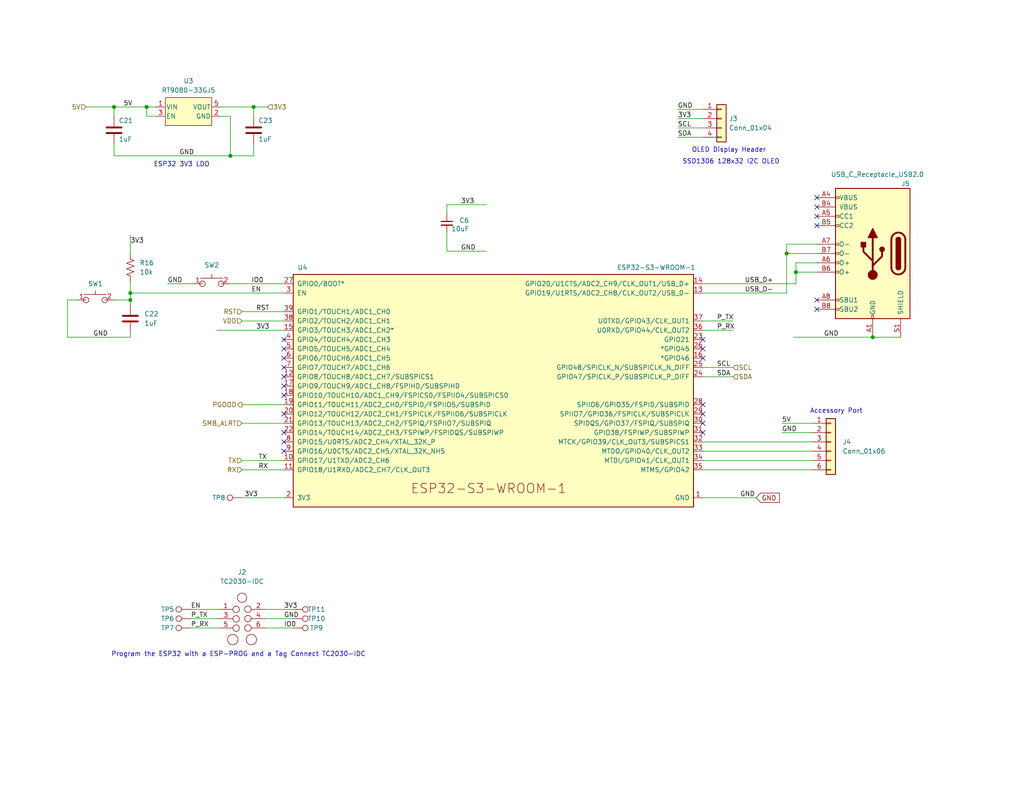
<source format=kicad_sch>
(kicad_sch (version 20250114) (generator "eeschema") (generator_version "9.0")
  (paper "A")
  (title_block (title "bitaxeGamma") (date "2024-09-26") (rev "602"))
  (lib_symbols
    (symbol "Connector:TestPoint" (pin_numbers (hide yes)) (pin_names (offset 0.762) (hide yes))
      (property "Reference" "TP" (at 0 6.858 0))
      (property "Value" "TestPoint" (at 0 5.08 0))
      (symbol "TestPoint_0_1"
        (circle (center 0 3.302) (radius 0.762))
      )
      (symbol "TestPoint_1_1"
        (pin passive line (at 0 0 90) (length 2.54) (name "1") (number "1"))
      )
    )
    (symbol "Connector_Generic:Conn_01x04" (pin_names (offset 1.016) (hide yes))
      (property "Reference" "J" (at 0 5.08 0))
      (property "Value" "Conn_01x04" (at 0 -7.62 0))
      (symbol "Conn_01x04_1_1"
        (rectangle (start -1.27 3.81) (end 1.27 -6.35) (stroke (width 0.254)) (fill (type background)))
        (rectangle (start -1.27 2.667) (end 0 2.413) (stroke (width 0.1524)))
        (rectangle (start -1.27 0.127) (end 0 -0.127) (stroke (width 0.1524)))
        (rectangle (start -1.27 -2.413) (end 0 -2.667) (stroke (width 0.1524)))
        (rectangle (start -1.27 -4.953) (end 0 -5.207) (stroke (width 0.1524)))
        (pin passive line (at -5.08 2.54 0) (length 3.81) (name "Pin_1") (number "1"))
        (pin passive line (at -5.08 0 0) (length 3.81) (name "Pin_2") (number "2"))
        (pin passive line (at -5.08 -2.54 0) (length 3.81) (name "Pin_3") (number "3"))
        (pin passive line (at -5.08 -5.08 0) (length 3.81) (name "Pin_4") (number "4"))
      )
    )
    (symbol "Connector_Generic:Conn_01x06" (pin_names (offset 1.016) (hide yes))
      (property "Reference" "J" (at 0 7.62 0))
      (property "Value" "Conn_01x06" (at 0 -10.16 0))
      (symbol "Conn_01x06_1_1"
        (rectangle (start -1.27 6.35) (end 1.27 -8.89) (stroke (width 0.254)) (fill (type background)))
        (rectangle (start -1.27 5.207) (end 0 4.953) (stroke (width 0.1524)))
        (rectangle (start -1.27 2.667) (end 0 2.413) (stroke (width 0.1524)))
        (rectangle (start -1.27 0.127) (end 0 -0.127) (stroke (width 0.1524)))
        (rectangle (start -1.27 -2.413) (end 0 -2.667) (stroke (width 0.1524)))
        (rectangle (start -1.27 -4.953) (end 0 -5.207) (stroke (width 0.1524)))
        (rectangle (start -1.27 -7.493) (end 0 -7.747) (stroke (width 0.1524)))
        (pin passive line (at -5.08 5.08 0) (length 3.81) (name "Pin_1") (number "1"))
        (pin passive line (at -5.08 2.54 0) (length 3.81) (name "Pin_2") (number "2"))
        (pin passive line (at -5.08 0 0) (length 3.81) (name "Pin_3") (number "3"))
        (pin passive line (at -5.08 -2.54 0) (length 3.81) (name "Pin_4") (number "4"))
        (pin passive line (at -5.08 -5.08 0) (length 3.81) (name "Pin_5") (number "5"))
        (pin passive line (at -5.08 -7.62 0) (length 3.81) (name "Pin_6") (number "6"))
      )
    )
    (symbol "Device:C" (pin_numbers (hide yes)) (pin_names (offset 0.254))
      (property "Reference" "C" (at 0.635 2.54 0))
      (property "Value" "C" (at 0.635 -2.54 0))
      (symbol "C_0_1"
        (polyline (pts (xy -2.032 0.762) (xy 2.032 0.762)) (stroke (width 0.508)))
        (polyline (pts (xy -2.032 -0.762) (xy 2.032 -0.762)) (stroke (width 0.508)))
      )
      (symbol "C_1_1"
        (pin passive line (at 0 3.81 270) (length 2.794) (name "~") (number "1"))
        (pin passive line (at 0 -3.81 90) (length 2.794) (name "~") (number "2"))
      )
    )
    (symbol "Device:C_Small" (pin_numbers (hide yes)) (pin_names (offset 0.254) (hide yes))
      (property "Reference" "C" (at 0.254 1.778 0))
      (property "Value" "C_Small" (at 0.254 -2.032 0))
      (symbol "C_Small_0_1"
        (polyline (pts (xy -1.524 0.508) (xy 1.524 0.508)) (stroke (width 0.3048)))
        (polyline (pts (xy -1.524 -0.508) (xy 1.524 -0.508)) (stroke (width 0.3302)))
      )
      (symbol "C_Small_1_1"
        (pin passive line (at 0 2.54 270) (length 2.032) (name "~") (number "1"))
        (pin passive line (at 0 -2.54 90) (length 2.032) (name "~") (number "2"))
      )
    )
    (symbol "Device:R_US" (pin_numbers (hide yes)) (pin_names (offset 0))
      (property "Reference" "R" (at 2.54 0 90))
      (property "Value" "R_US" (at -2.54 0 90))
      (symbol "R_US_0_1"
        (polyline (pts (xy 0 2.286) (xy 0 2.54)))
        (polyline (pts (xy 0 2.286) (xy 1.016 1.905) (xy 0 1.524) (xy -1.016 1.143) (xy 0 0.762)))
        (polyline (pts (xy 0 0.762) (xy 1.016 0.381) (xy 0 0) (xy -1.016 -0.381) (xy 0 -0.762)))
        (polyline (pts (xy 0 -0.762) (xy 1.016 -1.143) (xy 0 -1.524) (xy -1.016 -1.905) (xy 0 -2.286)))
        (polyline (pts (xy 0 -2.286) (xy 0 -2.54)))
      )
      (symbol "R_US_1_1"
        (pin passive line (at 0 3.81 270) (length 1.27) (name "~") (number "1"))
        (pin passive line (at 0 -3.81 90) (length 1.27) (name "~") (number "2"))
      )
    )
    (symbol "bitaxe:ESP32-S3-WROOM-1" (pin_names (offset 1.016))
      (property "Reference" "U12" (at -50.8 34.925 0))
      (property "Value" "ESP32-S3-WROOM-1" (at 45.72 34.925 0))
      (symbol "ESP32-S3-WROOM-1_0_0"
        (rectangle (start -53.34 33.02) (end 55.88 -30.48) (stroke (width 0.254)) (fill (type background)))
        (text "ESP32-S3-WROOM-1" (at 0 -25.4 0) (effects (font (size 2.54 2.54))))
        (pin bidirectional line (at -55.88 30.48 0) (length 2.54) (name "GPIO0/BOOT*") (number "27"))
        (pin input line (at -55.88 27.94 0) (length 2.54) (name "EN") (number "3"))
        (pin bidirectional line (at -55.88 22.86 0) (length 2.54) (name "GPIO1/TOUCH1/ADC1_CH0") (number "39"))
        (pin bidirectional line (at -55.88 20.32 0) (length 2.54) (name "GPIO2/TOUCH2/ADC1_CH1") (number "38"))
        (pin bidirectional line (at -55.88 17.78 0) (length 2.54) (name "GPIO3/TOUCH3/ADC1_CH2*") (number "15"))
        (pin bidirectional line (at -55.88 15.24 0) (length 2.54) (name "GPIO4/TOUCH4/ADC1_CH3") (number "4"))
        (pin bidirectional line (at -55.88 12.7 0) (length 2.54) (name "GPIO5/TOUCH5/ADC1_CH4") (number "5"))
        (pin bidirectional line (at -55.88 10.16 0) (length 2.54) (name "GPIO6/TOUCH6/ADC1_CH5") (number "6"))
        (pin bidirectional line (at -55.88 7.62 0) (length 2.54) (name "GPIO7/TOUCH7/ADC1_CH6") (number "7"))
        (pin bidirectional line (at -55.88 5.08 0) (length 2.54) (name "GPIO8/TOUCH8/ADC1_CH7/SUBSPICS1") (number "12"))
        (pin bidirectional line (at -55.88 2.54 0) (length 2.54) (name "GPIO9/TOUCH9/ADC1_CH8/FSPIHD/SUBSPIHD") (number "17"))
        (pin bidirectional line (at -55.88 0 0) (length 2.54) (name "GPIO10/TOUCH10/ADC1_CH9/FSPICS0/FSPIIO4/SUBSPICS0") (number "18"))
        (pin bidirectional line (at -55.88 -2.54 0) (length 2.54) (name "GPIO11/TOUCH11/ADC2_CH0/FSPID/FSPIIO5/SUBSPID") (number "19"))
        (pin bidirectional line (at -55.88 -5.08 0) (length 2.54) (name "GPIO12/TOUCH12/ADC2_CH1/FSPICLK/FSPIIO6/SUBSPICLK") (number "20"))
        (pin bidirectional line (at -55.88 -7.62 0) (length 2.54) (name "GPIO13/TOUCH13/ADC2_CH2/FSPIQ/FSPIIO7/SUBSPIQ") (number "21"))
        (pin bidirectional line (at -55.88 -10.16 0) (length 2.54) (name "GPIO14/TOUCH14/ADC2_CH3/FSPIWP/FSPIDQS/SUBSPIWP") (number "22"))
        (pin bidirectional line (at -55.88 -12.7 0) (length 2.54) (name "GPIO15/U0RTS/ADC2_CH4/XTAL_32K_P") (number "8"))
        (pin bidirectional line (at -55.88 -15.24 0) (length 2.54) (name "GPIO16/U0CTS/ADC2_CH5/XTAL_32K_NH5") (number "9"))
        (pin bidirectional line (at -55.88 -17.78 0) (length 2.54) (name "GPIO17/U1TXD/ADC2_CH6") (number "10"))
        (pin bidirectional line (at -55.88 -20.32 0) (length 2.54) (name "GPIO18/U1RXD/ADC2_CH7/CLK_OUT3") (number "11"))
        (pin power_in line (at -55.88 -27.94 0) (length 2.54) (name "3V3") (number "2"))
        (pin bidirectional line (at 58.42 30.48 180) (length 2.54) (name "GPIO20/U1CTS/ADC2_CH9/CLK_OUT1/USB_D+") (number "14"))
        (pin bidirectional line (at 58.42 27.94 180) (length 2.54) (name "GPIO19/U1RTS/ADC2_CH8/CLK_OUT2/USB_D-") (number "13"))
        (pin bidirectional line (at 58.42 20.32 180) (length 2.54) (name "U0TXD/GPIO43/CLK_OUT1") (number "37"))
        (pin bidirectional line (at 58.42 17.78 180) (length 2.54) (name "U0RXD/GPIO44/CLK_OUT2") (number "36"))
        (pin bidirectional line (at 58.42 15.24 180) (length 2.54) (name "GPIO21") (number "23"))
        (pin bidirectional line (at 58.42 12.7 180) (length 2.54) (name "*GPIO45") (number "26"))
        (pin bidirectional line (at 58.42 10.16 180) (length 2.54) (name "*GPIO46") (number "16"))
        (pin bidirectional line (at 58.42 7.62 180) (length 2.54) (name "GPIO48/SPICLK_N/SUBSPICLK_N_DIFF") (number "25"))
        (pin bidirectional line (at 58.42 5.08 180) (length 2.54) (name "GPIO47/SPICLK_P/SUBSPICLK_P_DIFF") (number "24"))
        (pin bidirectional line (at 58.42 -2.54 180) (length 2.54) (name "SPIIO6/GPIO35/FSPID/SUBSPID") (number "28"))
        (pin bidirectional line (at 58.42 -5.08 180) (length 2.54) (name "SPIIO7/GPIO36/FSPICLK/SUBSPICLK") (number "29"))
        (pin bidirectional line (at 58.42 -7.62 180) (length 2.54) (name "SPIDQS/GPIO37/FSPIQ/SUBSPIQ") (number "30"))
        (pin bidirectional line (at 58.42 -10.16 180) (length 2.54) (name "GPIO38/FSPIWP/SUBSPIWP") (number "31"))
        (pin bidirectional line (at 58.42 -12.7 180) (length 2.54) (name "MTCK/GPIO39/CLK_OUT3/SUBSPICS1") (number "32"))
        (pin bidirectional line (at 58.42 -15.24 180) (length 2.54) (name "MTDO/GPIO40/CLK_OUT2") (number "33"))
        (pin bidirectional line (at 58.42 -17.78 180) (length 2.54) (name "MTDI/GPIO41/CLK_OUT1") (number "34"))
        (pin bidirectional line (at 58.42 -20.32 180) (length 2.54) (name "MTMS/GPIO42") (number "35"))
        (pin power_in line (at 58.42 -27.94 180) (length 2.54) (name "GND") (number "1"))
        (pin passive line (at 58.42 -27.94 180) (length 2.54) (hide yes) (name "GND") (number "40"))
        (pin passive line (at 58.42 -27.94 180) (length 2.54) (hide yes) (name "GND") (number "41"))
      )
    )
    (symbol "bitaxe:GT-TC029B-H025-L1N"
      (property "Reference" "SW2" (at 0 3.81 0))
      (symbol "GT-TC029B-H025-L1N_0_1"
        (polyline (pts (xy -3.05 1.52) (xy 3.05 1.52)))
        (circle (center -2.54 0) (radius 0.76))
        (polyline (pts (xy 0 1.52) (xy 0 2.54)))
        (circle (center 2.54 0) (radius 0.76))
        (pin unspecified line (at -5.08 0 0) (length 2.54) (name "~") (number "1"))
        (pin unspecified line (at 5.08 0 180) (length 2.54) (name "~") (number "2"))
      )
    )
    (symbol "bitaxe:RT9080-33GJ5" (pin_names (offset 0.254))
      (property "Reference" "U" (at -6.35 5.08 0))
      (property "Value" "RT9080-33GJ5" (at 0 -5.08 0))
      (symbol "RT9080-33GJ5_1_1"
        (rectangle (start -6.35 3.81) (end 6.35 -3.81) (stroke (width 0.1524)) (fill (type background)))
        (pin power_in line (at -8.89 1.27 0) (length 2.54) (name "VIN") (number "1"))
        (pin input line (at -8.89 -1.27 0) (length 2.54) (name "EN") (number "3"))
        (pin no_connect line (at 0 6.35 270) (length 2.54) (hide yes) (name "NC") (number "4"))
        (pin output line (at 8.89 1.27 180) (length 2.54) (name "VOUT") (number "5"))
        (pin power_in line (at 8.89 -1.27 180) (length 2.54) (name "GND") (number "2"))
      )
    )
    (symbol "bitaxe:TC2030-IDC-NL" (pin_names (offset 1.016) (hide yes))
      (property "Reference" "J5" (at 0 12.7 0))
      (property "Value" "TC2030-IDC" (at 0 10.16 0))
      (symbol "TC2030-IDC-NL_0_1"
        (circle (center -2.54 -5.715) (radius 1.4224))
        (circle (center -1.6002 2.54) (radius 0.889))
        (circle (center 0 5.715) (radius 1.27))
      )
      (symbol "TC2030-IDC-NL_1_1"
        (circle (center -1.6002 -0.0508) (radius 0.889))
        (circle (center -1.6002 -2.5908) (radius 0.889))
        (circle (center 1.6002 2.5908) (radius 0.889))
        (circle (center 1.6002 0) (radius 0.889))
        (circle (center 1.6002 -2.54) (radius 0.889))
        (circle (center 2.54 -5.715) (radius 1.4224))
        (pin passive line (at -6.35 2.54 0) (length 3.81) (name "Pin_1") (number "1"))
        (pin passive line (at -6.35 0 0) (length 3.81) (name "Pin_3") (number "3"))
        (pin passive line (at -6.35 -2.54 0) (length 3.81) (name "Pin_5") (number "5"))
        (pin passive line (at 6.35 2.54 180) (length 3.81) (name "Pin_2") (number "2"))
        (pin passive line (at 6.35 0 180) (length 3.81) (name "Pin_4") (number "4"))
        (pin passive line (at 6.35 -2.54 180) (length 3.81) (name "Pin_6") (number "6"))
      )
    )
    (symbol "bitaxe:USB_C_Receptacle_USB2.0" (pin_names (offset 1.016))
      (property "Reference" "J" (at -10.16 19.05 0))
      (property "Value" "USB_C_Receptacle_USB2.0" (at 19.05 19.05 0))
      (symbol "USB_C_Receptacle_USB2.0_0_0"
        (rectangle (start -0.254 -17.78) (end 0.254 -16.764))
        (rectangle (start 10.16 15.494) (end 9.144 14.986))
        (rectangle (start 10.16 10.414) (end 9.144 9.906))
        (rectangle (start 10.16 7.874) (end 9.144 7.366))
        (rectangle (start 10.16 2.794) (end 9.144 2.286))
        (rectangle (start 10.16 0.254) (end 9.144 -0.254))
        (rectangle (start 10.16 -2.286) (end 9.144 -2.794))
        (rectangle (start 10.16 -4.826) (end 9.144 -5.334))
        (rectangle (start 10.16 -12.446) (end 9.144 -12.954))
        (rectangle (start 10.16 -14.986) (end 9.144 -15.494))
      )
      (symbol "USB_C_Receptacle_USB2.0_0_1"
        (rectangle (start -10.16 17.78) (end 10.16 -17.78) (stroke (width 0.254)) (fill (type background)))
        (polyline (pts (xy -8.89 -3.81) (xy -8.89 3.81)) (stroke (width 0.508)))
        (rectangle (start -7.62 -3.81) (end -6.35 3.81) (stroke (width 0.254)) (fill (type outline)))
        (arc (start -7.62 3.81) (mid -6.985 4.4423) (end -6.35 3.81) (stroke (width 0.254)))
        (arc (start -7.62 3.81) (mid -6.985 4.4423) (end -6.35 3.81) (stroke (width 0.254)) (fill (type outline)))
        (arc (start -8.89 3.81) (mid -6.985 5.7067) (end -5.08 3.81) (stroke (width 0.508)))
        (arc (start -5.08 -3.81) (mid -6.985 -5.7067) (end -8.89 -3.81) (stroke (width 0.508)))
        (arc (start -6.35 -3.81) (mid -6.985 -4.4423) (end -7.62 -3.81) (stroke (width 0.254)))
        (arc (start -6.35 -3.81) (mid -6.985 -4.4423) (end -7.62 -3.81) (stroke (width 0.254)) (fill (type outline)))
        (polyline (pts (xy -5.08 3.81) (xy -5.08 -3.81)) (stroke (width 0.508)))
        (circle (center -2.54 1.143) (radius 0.635) (stroke (width 0.254)) (fill (type outline)))
        (polyline (pts (xy -1.27 4.318) (xy 0 6.858) (xy 1.27 4.318) (xy -1.27 4.318)) (stroke (width 0.254)) (fill (type outline)))
        (polyline (pts (xy 0 -2.032) (xy 2.54 0.508) (xy 2.54 1.778)) (stroke (width 0.508)))
        (polyline (pts (xy 0 -3.302) (xy -2.54 -0.762) (xy -2.54 0.508)) (stroke (width 0.508)))
        (polyline (pts (xy 0 -5.842) (xy 0 4.318)) (stroke (width 0.508)))
        (circle (center 0 -5.842) (radius 1.27) (fill (type outline)))
        (rectangle (start 1.905 1.778) (end 3.175 3.048) (stroke (width 0.254)) (fill (type outline)))
      )
      (symbol "USB_C_Receptacle_USB2.0_1_1"
        (pin passive line (at -7.62 -22.86 90) (length 5.08) (name "SHIELD") (number "S1"))
        (pin passive line (at 0 -22.86 90) (length 5.08) (name "GND") (number "A1"))
        (pin passive line (at 0 -22.86 90) (length 5.08) (hide yes) (name "GND") (number "B1"))
        (pin passive line (at 15.24 15.24 180) (length 5.08) (name "VBUS") (number "A4"))
        (pin passive line (at 15.24 12.7 180) (length 5.08) (name "VBUS") (number "B4"))
        (pin bidirectional line (at 15.24 10.16 180) (length 5.08) (name "CC1") (number "A5"))
        (pin bidirectional line (at 15.24 7.62 180) (length 5.08) (name "CC2") (number "B5"))
        (pin bidirectional line (at 15.24 2.54 180) (length 5.08) (name "D-") (number "A7"))
        (pin bidirectional line (at 15.24 0 180) (length 5.08) (name "D-") (number "B7"))
        (pin bidirectional line (at 15.24 -2.54 180) (length 5.08) (name "D+") (number "A6"))
        (pin bidirectional line (at 15.24 -5.08 180) (length 5.08) (name "D+") (number "B6"))
        (pin bidirectional line (at 15.24 -12.7 180) (length 5.08) (name "SBU1") (number "A8"))
        (pin bidirectional line (at 15.24 -15.24 180) (length 5.08) (name "SBU2") (number "B8"))
      )
    )
  )
  (text "Accessory Port" (at 220.98 113.03 0) (effects (font (size 1.27 1.27)) (justify left bottom)))
  (text "ESP32 3V3 LDO" (at 41.91 45.72 0) (effects (font (size 1.27 1.27)) (justify left bottom)))
  (text "Program the ESP32 with a ESP-PROG and a Tag Connect TC2030-IDC" (at 30.353 179.451 0) (effects (font (size 1.27 1.27)) (justify left bottom)))
  (text "SSD1306 128x32 I2C OLED" (at 186.182 44.958 0) (effects (font (size 1.27 1.27)) (justify left bottom)))
  (text "OLED Display Header" (at 188.722 41.783 0) (effects (font (size 1.27 1.27)) (justify left bottom)))
  (junction (at 214.63 69.215))
  (junction (at 238.125 92.075))
  (junction (at 62.865 42.545))
  (junction (at 217.17 74.295))
  (junction (at 40.005 29.21))
  (junction (at 35.56 80.01))
  (junction (at 35.56 81.915))
  (junction (at 69.215 29.21))
  (junction (at 31.115 29.21))
  (no_connect (at 222.885 81.915))
  (no_connect (at 77.47 95.25))
  (no_connect (at 77.47 107.95))
  (no_connect (at 191.77 110.49))
  (no_connect (at 77.47 100.33))
  (no_connect (at 191.77 97.79))
  (no_connect (at 191.77 95.25))
  (no_connect (at 77.47 113.03))
  (no_connect (at 222.885 53.975))
  (no_connect (at 222.885 56.515))
  (no_connect (at 77.47 97.79))
  (no_connect (at 77.47 120.65))
  (no_connect (at 77.47 105.41))
  (no_connect (at 77.47 123.19))
  (no_connect (at 77.47 102.87))
  (no_connect (at 222.885 59.055))
  (no_connect (at 191.77 115.57))
  (no_connect (at 77.47 92.71))
  (no_connect (at 191.77 113.03))
  (no_connect (at 191.77 92.71))
  (no_connect (at 77.47 118.11))
  (no_connect (at 191.77 118.11))
  (no_connect (at 222.885 84.455))
  (no_connect (at 222.885 61.595))
  (wire (pts (xy 121.92 55.88) (xy 121.92 58.42)))
  (wire (pts (xy 191.77 128.27) (xy 221.615 128.27)))
  (wire (pts (xy 31.115 29.21) (xy 31.115 31.75)))
  (wire (pts (xy 216.535 92.075) (xy 238.125 92.075)))
  (wire (pts (xy 35.56 80.01) (xy 35.56 81.915)))
  (wire (pts (xy 213.36 115.57) (xy 221.615 115.57)))
  (wire (pts (xy 60.325 31.75) (xy 62.865 31.75)))
  (wire (pts (xy 72.39 168.91) (xy 80.01 168.91)))
  (wire (pts (xy 69.215 39.37) (xy 69.215 42.545)))
  (wire (pts (xy 66.04 110.49) (xy 77.47 110.49)))
  (wire (pts (xy 132.715 68.58) (xy 121.92 68.58)))
  (wire (pts (xy 238.125 92.075) (xy 245.745 92.075)))
  (wire (pts (xy 62.865 31.75) (xy 62.865 42.545)))
  (wire (pts (xy 35.56 76.835) (xy 35.56 80.01)))
  (wire (pts (xy 72.39 166.37) (xy 80.01 166.37)))
  (wire (pts (xy 69.215 29.21) (xy 69.215 31.75)))
  (wire (pts (xy 77.47 125.73) (xy 66.04 125.73)))
  (wire (pts (xy 40.005 29.21) (xy 42.545 29.21)))
  (wire (pts (xy 121.92 63.5) (xy 121.92 68.58)))
  (wire (pts (xy 191.77 125.73) (xy 221.615 125.73)))
  (wire (pts (xy 18.415 81.915) (xy 18.415 92.075)))
  (wire (pts (xy 77.47 85.09) (xy 66.04 85.09)))
  (wire (pts (xy 45.72 77.47) (xy 52.705 77.47)))
  (wire (pts (xy 214.63 69.215) (xy 214.63 80.01)))
  (wire (pts (xy 31.115 81.915) (xy 35.56 81.915)))
  (wire (pts (xy 23.495 29.21) (xy 31.115 29.21)))
  (wire (pts (xy 18.415 92.075) (xy 35.56 92.075)))
  (wire (pts (xy 72.39 171.45) (xy 80.01 171.45)))
  (wire (pts (xy 217.17 74.295) (xy 222.885 74.295)))
  (wire (pts (xy 213.36 118.11) (xy 221.615 118.11)))
  (wire (pts (xy 184.912 29.845) (xy 191.77 29.845)))
  (wire (pts (xy 35.56 81.915) (xy 35.56 83.185)))
  (wire (pts (xy 191.77 90.17) (xy 200.025 90.17)))
  (wire (pts (xy 35.56 80.01) (xy 77.47 80.01)))
  (wire (pts (xy 222.885 66.675) (xy 214.63 66.675)))
  (wire (pts (xy 77.47 128.27) (xy 66.04 128.27)))
  (wire (pts (xy 214.63 69.215) (xy 222.885 69.215)))
  (wire (pts (xy 52.07 171.45) (xy 59.69 171.45)))
  (wire (pts (xy 191.77 102.87) (xy 200.025 102.87)))
  (wire (pts (xy 69.215 29.21) (xy 73.025 29.21)))
  (wire (pts (xy 31.115 29.21) (xy 40.005 29.21)))
  (wire (pts (xy 184.912 34.925) (xy 191.77 34.925)))
  (wire (pts (xy 191.77 135.89) (xy 206.375 135.89)))
  (wire (pts (xy 52.07 168.91) (xy 59.69 168.91)))
  (wire (pts (xy 31.115 42.545) (xy 31.115 39.37)))
  (wire (pts (xy 66.04 87.63) (xy 77.47 87.63)))
  (wire (pts (xy 35.56 90.805) (xy 35.56 92.075)))
  (wire (pts (xy 59.182 90.17) (xy 77.47 90.17)))
  (wire (pts (xy 62.865 77.47) (xy 77.47 77.47)))
  (wire (pts (xy 191.77 120.65) (xy 221.615 120.65)))
  (wire (pts (xy 42.545 31.75) (xy 40.005 31.75)))
  (wire (pts (xy 52.07 166.37) (xy 59.69 166.37)))
  (wire (pts (xy 191.77 77.47) (xy 217.17 77.47)))
  (wire (pts (xy 191.77 100.33) (xy 200.025 100.33)))
  (wire (pts (xy 217.17 74.295) (xy 217.17 71.755)))
  (wire (pts (xy 20.955 81.915) (xy 18.415 81.915)))
  (wire (pts (xy 66.04 115.57) (xy 77.47 115.57)))
  (wire (pts (xy 217.17 77.47) (xy 217.17 74.295)))
  (wire (pts (xy 191.77 87.63) (xy 200.025 87.63)))
  (wire (pts (xy 40.005 31.75) (xy 40.005 29.21)))
  (wire (pts (xy 191.77 123.19) (xy 221.615 123.19)))
  (wire (pts (xy 132.715 55.88) (xy 121.92 55.88)))
  (wire (pts (xy 217.17 71.755) (xy 222.885 71.755)))
  (wire (pts (xy 191.77 80.01) (xy 214.63 80.01)))
  (wire (pts (xy 66.04 135.89) (xy 77.47 135.89)))
  (wire (pts (xy 184.912 37.465) (xy 191.77 37.465)))
  (wire (pts (xy 184.912 32.385) (xy 191.77 32.385)))
  (wire (pts (xy 69.215 42.545) (xy 62.865 42.545)))
  (wire (pts (xy 35.56 64.135) (xy 35.56 69.215)))
  (wire (pts (xy 60.325 29.21) (xy 69.215 29.21)))
  (wire (pts (xy 214.63 66.675) (xy 214.63 69.215)))
  (wire (pts (xy 62.865 42.545) (xy 31.115 42.545)))
  (label "P_RX" (at 52.07 171.45 0))
  (label "RST" (at 69.85 85.09 0))
  (label "P_TX" (at 52.07 168.91 0))
  (label "EN" (at 52.07 166.37 0))
  (label "GND" (at 184.912 29.845 0))
  (label "5V" (at 213.36 115.57 0))
  (label "GND" (at 224.79 92.075 0))
  (label "EN" (at 68.58 80.01 0))
  (label "P_RX" (at 195.58 90.17 0))
  (label "IO0" (at 68.58 77.47 0))
  (label "GND" (at 125.73 68.58 0))
  (label "3V3" (at 66.675 135.89 0))
  (label "USB_D-" (at 203.2 80.01 0))
  (label "SDA" (at 195.58 102.87 0))
  (label "TX" (at 70.485 125.73 0))
  (label "3V3" (at 77.47 166.37 0))
  (label "3V3" (at 69.85 90.17 0))
  (label "IO0" (at 77.47 171.45 0))
  (label "SCL" (at 195.58 100.33 0))
  (label "SCL" (at 184.912 34.925 0))
  (label "GND" (at 213.36 118.11 0))
  (label "GND" (at 201.93 135.89 0))
  (label "GND" (at 45.72 77.47 0))
  (label "SDA" (at 184.912 37.465 0))
  (label "3V3" (at 125.73 55.88 0))
  (label "P_TX" (at 195.58 87.63 0))
  (label "3V3" (at 184.912 32.385 0))
  (label "GND" (at 25.4 92.075 0))
  (label "5V" (at 33.655 29.21 0))
  (label "USB_D+" (at 203.2 77.47 0))
  (label "GND" (at 77.47 168.91 0))
  (label "GND" (at 48.895 42.545 0))
  (label "3V3" (at 35.56 66.675 0))
  (label "RX" (at 70.485 128.27 0))
  (global_label "GND" (shape input) (at 206.375 135.89 0) (property "Intersheetrefs" "${INTERSHEET_REFS}" (effects (hide yes))))
  (hierarchical_label "TX" (shape input) (at 66.04 125.73 180))
  (hierarchical_label "RX" (shape input) (at 66.04 128.27 180))
  (hierarchical_label "3V3" (shape input) (at 73.025 29.21 0))
  (hierarchical_label "SCL" (shape input) (at 200.025 100.33 0))
  (hierarchical_label "RST" (shape input) (at 66.04 85.09 180))
  (hierarchical_label "SDA" (shape input) (at 200.025 102.87 0))
  (hierarchical_label "PGOOD" (shape output) (at 66.04 110.49 180))
  (hierarchical_label "SMB_ALRT" (shape input) (at 66.04 115.57 180))
  (hierarchical_label "5V" (shape input) (at 23.495 29.21 180))
  (hierarchical_label "VDD" (shape input) (at 66.04 87.63 180))
  (symbol (lib_id "Device:C") (at 35.56 86.995 0) (unit 1)
    (property "Reference" "C22" (at 39.37 85.7249 0) (effects (justify left)))
    (property "Value" "1uF" (at 39.37 88.2649 0) (effects (justify left)))
    (property "Footprint" "Capacitor_SMD:C_0402_1005Metric" (effects (hide yes)))
    (property "DK" "587-5514-1-ND" (effects (hide yes)))
    (property "PARTNO" "EMK105BJ105MV-F" (effects (hide yes)))
  )
  (symbol (lib_id "Connector_Generic:Conn_01x06") (at 226.695 120.65 0) (unit 1) (in_bom no)
    (property "Reference" "J4" (at 229.87 120.65 0) (effects (justify left)))
    (property "Value" "Conn_01x06" (at 229.87 123.19 0) (effects (justify left)))
    (property "Footprint" "Connector_PinHeader_2.54mm:PinHeader_1x06_P2.54mm_Vertical" (effects (hide yes)))
  )
  (symbol (lib_id "Connector_Generic:Conn_01x04") (at 196.85 32.385 0) (unit 1) (in_bom no)
    (property "Reference" "J3" (at 198.882 32.3849 0) (effects (justify left)))
    (property "Value" "Conn_01x04" (at 198.882 34.9249 0) (effects (justify left)))
    (property "Footprint" "bitaxe:PinHeader_1x04_P2.54mm_Vertical_shifted" (effects (hide yes)))
    (property "DK" "S5596-ND" (effects (hide yes)))
    (property "PARTNO" "NPTC041KFXC-RC" (effects (hide yes)))
  )
  (symbol (lib_id "bitaxe:GT-TC029B-H025-L1N") (at 57.785 77.47 0) (unit 1)
    (property "Reference" "SW2" (at 57.785 72.39 0))
    (property "Value" "GT-TC029B-H025-L1N" (effects (hide yes)))
    (property "Footprint" "bitaxe:SW_CS1213AGF260_CRS" (effects (hide yes)))
    (property "Datasheet" "https://www.citrelay.com/Catalog%20Pages/SwitchCatalog/CS1213.pdf" (effects (hide yes)))
    (property "DK" "2449-CS1213AGF260CT-ND" (effects (hide yes)))
    (property "PARTNO" "CS1213AGF260" (effects (hide yes)))
  )
  (symbol (lib_id "bitaxe:RT9080-33GJ5") (at 51.435 30.48 0) (unit 1)
    (property "Reference" "U3" (at 51.435 22.098 0))
    (property "Value" "RT9080-33GJ5" (at 51.435 24.638 0))
    (property "Footprint" "bitaxe:RT9080-33GJ5" (effects (hide yes)))
    (property "Datasheet" "https://www.richtek.com/assets/product_file/RT9080/DS9080-05.pdf" (effects (hide yes)))
    (property "DK" "1028-1509-1-ND" (effects (hide yes)))
    (property "PARTNO" "RT9080-33GJ5" (effects (hide yes)))
  )
  (symbol (lib_id "Connector:TestPoint") (at 52.07 168.91 90) (mirror x) (unit 1) (in_bom no)
    (property "Reference" "TP6" (at 45.72 168.91 90))
    (property "Value" "TestPoint" (effects (hide yes)))
    (property "Footprint" "TestPoint:TestPoint_Pad_D2.5mm" (effects (hide yes)))
  )
  (symbol (lib_id "Connector:TestPoint") (at 80.01 171.45 270) (mirror x) (unit 1) (in_bom no)
    (property "Reference" "TP9" (at 86.36 171.45 90))
    (property "Value" "TestPoint" (effects (hide yes)))
    (property "Footprint" "TestPoint:TestPoint_Pad_D2.5mm" (effects (hide yes)))
  )
  (symbol (lib_id "Device:R_US") (at 35.56 73.025 0) (unit 1)
    (property "Reference" "R16" (at 38.1 71.7549 0) (effects (justify left)))
    (property "Value" "10k" (at 38.1 74.2949 0) (effects (justify left)))
    (property "Footprint" "Resistor_SMD:R_0402_1005Metric" (effects (hide yes)))
    (property "DK" "311-10KJRCT-ND" (effects (hide yes)))
    (property "PARTNO" "RC0402JR-0710KL" (effects (hide yes)))
  )
  (symbol (lib_id "Connector:TestPoint") (at 80.01 166.37 270) (mirror x) (unit 1) (in_bom no)
    (property "Reference" "TP11" (at 86.36 166.37 90))
    (property "Value" "TestPoint" (effects (hide yes)))
    (property "Footprint" "TestPoint:TestPoint_Pad_D2.5mm" (effects (hide yes)))
  )
  (symbol (lib_id "Device:C_Small") (at 121.92 60.96 0) (unit 1)
    (property "Reference" "C6" (at 128.016 60.198 0) (effects (justify right)))
    (property "Value" "10uF" (at 128.016 62.484 0) (effects (justify right)))
    (property "Footprint" "Capacitor_SMD:C_0603_1608Metric" (effects (hide yes)))
    (property "Description" "Unpolarized capacitor, small symbol" (effects (hide yes)))
    (property "PARTNO" "GRM188R61E106KA73D" (effects (hide yes)))
    (property "DK" "490-18214-1-ND" (effects (hide yes)))
  )
  (symbol (lib_id "bitaxe:TC2030-IDC-NL") (at 66.04 168.91 0) (unit 1) (in_bom no)
    (property "Reference" "J2" (at 66.04 156.21 0))
    (property "Value" "TC2030-IDC" (at 66.04 158.75 0))
    (property "Footprint" "bitaxe:Tag-Connect_TC2030-IDC-NL_2x03_P1.27mm_Vertical" (effects (hide yes)))
  )
  (symbol (lib_id "Device:C") (at 69.215 35.56 0) (unit 1)
    (property "Reference" "C23" (at 70.485 33.655 0) (effects (justify left bottom)))
    (property "Value" "1uF" (at 70.485 38.735 0) (effects (justify left bottom)))
    (property "Footprint" "Capacitor_SMD:C_0402_1005Metric" (effects (hide yes)))
    (property "DK" "587-5514-1-ND" (effects (hide yes)))
    (property "PARTNO" "EMK105BJ105MV-F" (effects (hide yes)))
  )
  (symbol (lib_id "Connector:TestPoint") (at 80.01 168.91 270) (mirror x) (unit 1) (in_bom no)
    (property "Reference" "TP10" (at 86.36 168.91 90))
    (property "Value" "TestPoint" (effects (hide yes)))
    (property "Footprint" "TestPoint:TestPoint_Pad_D2.5mm" (effects (hide yes)))
  )
  (symbol (lib_id "bitaxe:USB_C_Receptacle_USB2.0") (at 238.125 69.215 0) (mirror y) (unit 1)
    (property "Reference" "J5" (at 248.285 50.165 0) (effects (justify left)))
    (property "Value" "USB_C_Receptacle_USB2.0" (at 226.695 47.625 0) (effects (justify right)))
    (property "Footprint" "bitaxe:USB_C_Receptacle_GCT_USB4105-xx-A" (effects (hide yes)))
    (property "Datasheet" "https://www.usb.org/sites/default/files/documents/usb_type-c.zip" (effects (hide yes)))
    (property "DK" "2073-USB4105-GF-ACT-ND" (effects (hide yes)))
    (property "PARTNO" "USB4105-GF-A" (effects (hide yes)))
  )
  (symbol (lib_id "Connector:TestPoint") (at 66.04 135.89 90) (mirror x) (unit 1) (in_bom no)
    (property "Reference" "TP8" (at 59.69 135.89 90))
    (property "Value" "TestPoint" (effects (hide yes)))
    (property "Footprint" "TestPoint:TestPoint_Pad_D1.5mm" (effects (hide yes)))
  )
  (symbol (lib_id "Connector:TestPoint") (at 52.07 166.37 90) (mirror x) (unit 1) (in_bom no)
    (property "Reference" "TP5" (at 45.72 166.37 90))
    (property "Value" "TestPoint" (effects (hide yes)))
    (property "Footprint" "TestPoint:TestPoint_Pad_D2.5mm" (effects (hide yes)))
  )
  (symbol (lib_id "Connector:TestPoint") (at 52.07 171.45 90) (mirror x) (unit 1) (in_bom no)
    (property "Reference" "TP7" (at 45.72 171.45 90))
    (property "Value" "TestPoint" (effects (hide yes)))
    (property "Footprint" "TestPoint:TestPoint_Pad_D2.5mm" (effects (hide yes)))
  )
  (symbol (lib_id "Device:C") (at 31.115 35.56 0) (unit 1)
    (property "Reference" "C21" (at 32.385 33.655 0) (effects (justify left bottom)))
    (property "Value" "1uF" (at 32.385 38.735 0) (effects (justify left bottom)))
    (property "Footprint" "Capacitor_SMD:C_0402_1005Metric" (effects (hide yes)))
    (property "DK" "587-5514-1-ND" (effects (hide yes)))
    (property "PARTNO" "EMK105BJ105MV-F" (effects (hide yes)))
  )
  (symbol (lib_id "bitaxe:ESP32-S3-WROOM-1") (at 133.35 107.95 0) (unit 1)
    (property "Reference" "U4" (at 82.55 73.025 0))
    (property "Value" "ESP32-S3-WROOM-1" (at 179.07 73.025 0))
    (property "Footprint" "bitaxe:ESP32-S3-WROOM-1" (effects (hide yes)))
    (property "Datasheet" "https://www.espressif.com/sites/default/files/documentation/esp32-s3-wroom-1_wroom-1u_datasheet_en.pdf" (effects (hide yes)))
    (property "DK" "1965-ESP32-S3-WROOM-1-N16R8CT-ND" (effects (hide yes)))
    (property "PARTNO" "ESP32-S3-WROOM-1-N16R8" (effects (hide yes)))
  )
  (symbol (lib_id "bitaxe:GT-TC029B-H025-L1N") (at 26.035 81.915 0) (unit 1)
    (property "Reference" "SW1" (at 26.035 77.47 0))
    (property "Value" "GT-TC029B-H025-L1N" (effects (hide yes)))
    (property "Footprint" "bitaxe:SW_CS1213AGF260_CRS" (effects (hide yes)))
    (property "Datasheet" "https://www.citrelay.com/Catalog%20Pages/SwitchCatalog/CS1213.pdf" (effects (hide yes)))
    (property "DK" "2449-CS1213AGF260CT-ND" (effects (hide yes)))
    (property "PARTNO" "CS1213AGF260" (effects (hide yes)))
  )
)
</source>
